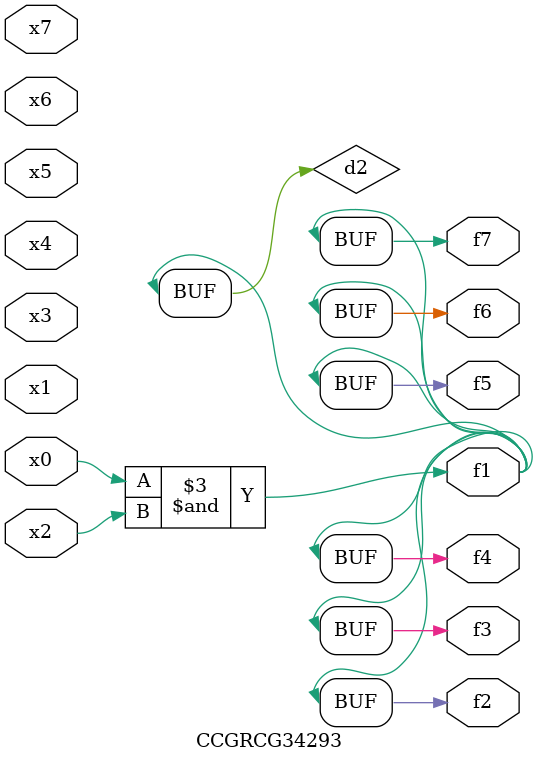
<source format=v>
module CCGRCG34293(
	input x0, x1, x2, x3, x4, x5, x6, x7,
	output f1, f2, f3, f4, f5, f6, f7
);

	wire d1, d2;

	nor (d1, x3, x6);
	and (d2, x0, x2);
	assign f1 = d2;
	assign f2 = d2;
	assign f3 = d2;
	assign f4 = d2;
	assign f5 = d2;
	assign f6 = d2;
	assign f7 = d2;
endmodule

</source>
